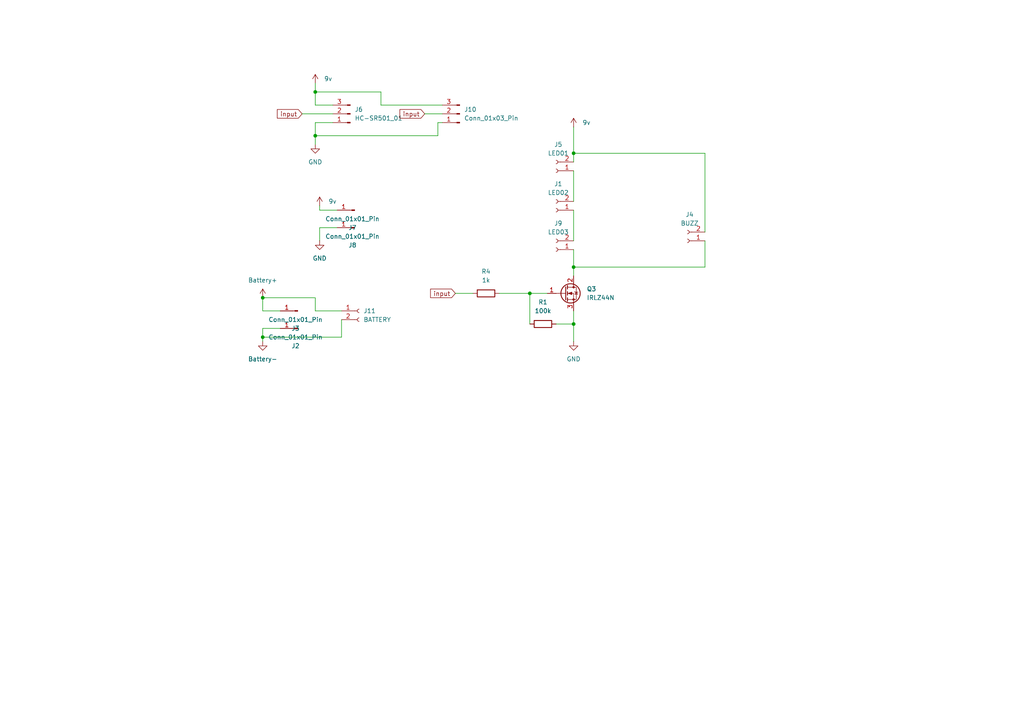
<source format=kicad_sch>
(kicad_sch (version 20231120) (generator "eeschema") (generator_version "8.0")
  (paper "A4")
  (lib_symbols
    (symbol "Connector:Conn_01x01_Pin" (pin_names (offset 1.016) hide)
      (property "Reference" "J" (at 0 2.54 0))
      (property "Value" "Conn_01x01_Pin" (at 0 -2.54 0))
      (symbol "Conn_01x01_Pin_1_1"
        (polyline (pts (xy 1.27 0) (xy 0.8636 0)) (stroke (width 0.1524)))
        (rectangle (start 0.8636 0.127) (end 0 -0.127) (stroke (width 0.1524)) (fill (type outline)))
        (pin passive line (at 5.08 0 180) (length 3.81) (name "Pin_1") (number "1"))
      )
    )
    (symbol "Connector:Conn_01x02_Socket" (pin_names (offset 1.016) hide)
      (property "Reference" "J" (at 0 2.54 0))
      (property "Value" "Conn_01x02_Socket" (at 0 -5.08 0))
      (symbol "Conn_01x02_Socket_1_1"
        (arc (start 0 -2.032) (mid -0.5058 -2.54) (end 0 -3.048) (stroke (width 0.1524)))
        (polyline (pts (xy -1.27 -2.54) (xy -0.508 -2.54)) (stroke (width 0.1524)))
        (polyline (pts (xy -1.27 0) (xy -0.508 0)) (stroke (width 0.1524)))
        (arc (start 0 0.508) (mid -0.5058 0) (end 0 -0.508) (stroke (width 0.1524)))
        (pin passive line (at -5.08 0 0) (length 3.81) (name "Pin_1") (number "1"))
        (pin passive line (at -5.08 -2.54 0) (length 3.81) (name "Pin_2") (number "2"))
      )
    )
    (symbol "Connector:Conn_01x03_Pin" (pin_names (offset 1.016) hide)
      (property "Reference" "J" (at 0 5.08 0))
      (property "Value" "Conn_01x03_Pin" (at 0 -5.08 0))
      (symbol "Conn_01x03_Pin_1_1"
        (polyline (pts (xy 1.27 -2.54) (xy 0.8636 -2.54)) (stroke (width 0.1524)))
        (polyline (pts (xy 1.27 0) (xy 0.8636 0)) (stroke (width 0.1524)))
        (polyline (pts (xy 1.27 2.54) (xy 0.8636 2.54)) (stroke (width 0.1524)))
        (rectangle (start 0.8636 -2.413) (end 0 -2.667) (stroke (width 0.1524)) (fill (type outline)))
        (rectangle (start 0.8636 0.127) (end 0 -0.127) (stroke (width 0.1524)) (fill (type outline)))
        (rectangle (start 0.8636 2.667) (end 0 2.413) (stroke (width 0.1524)) (fill (type outline)))
        (pin passive line (at 5.08 2.54 180) (length 3.81) (name "Pin_1") (number "1"))
        (pin passive line (at 5.08 0 180) (length 3.81) (name "Pin_2") (number "2"))
        (pin passive line (at 5.08 -2.54 180) (length 3.81) (name "Pin_3") (number "3"))
      )
    )
    (symbol "Device:R" (pin_numbers hide) (pin_names (offset 0))
      (property "Reference" "R" (at 2.032 0 90))
      (property "Value" "R" (at 0 0 90))
      (symbol "R_0_1"
        (rectangle (start -1.016 -2.54) (end 1.016 2.54) (stroke (width 0.254)))
      )
      (symbol "R_1_1"
        (pin passive line (at 0 3.81 270) (length 1.27) (name "~") (number "1"))
        (pin passive line (at 0 -3.81 90) (length 1.27) (name "~") (number "2"))
      )
    )
    (symbol "Transistor_FET:IRLZ44N" (pin_names hide)
      (property "Reference" "Q" (at 5.08 1.905 0))
      (property "Value" "IRLZ44N" (at 5.08 0 0))
      (symbol "IRLZ44N_0_1"
        (polyline (pts (xy 0.254 0) (xy -2.54 0)))
        (polyline (pts (xy 0.254 1.905) (xy 0.254 -1.905)) (stroke (width 0.254)))
        (polyline (pts (xy 0.762 -1.27) (xy 0.762 -2.286)) (stroke (width 0.254)))
        (polyline (pts (xy 0.762 0.508) (xy 0.762 -0.508)) (stroke (width 0.254)))
        (polyline (pts (xy 0.762 2.286) (xy 0.762 1.27)) (stroke (width 0.254)))
        (polyline (pts (xy 2.54 2.54) (xy 2.54 1.778)))
        (polyline (pts (xy 2.54 -2.54) (xy 2.54 0) (xy 0.762 0)))
        (polyline (pts (xy 0.762 -1.778) (xy 3.302 -1.778) (xy 3.302 1.778) (xy 0.762 1.778)))
        (polyline (pts (xy 1.016 0) (xy 2.032 0.381) (xy 2.032 -0.381) (xy 1.016 0)) (fill (type outline)))
        (polyline (pts (xy 2.794 0.508) (xy 2.921 0.381) (xy 3.683 0.381) (xy 3.81 0.254)))
        (polyline (pts (xy 3.302 0.381) (xy 2.921 -0.254) (xy 3.683 -0.254) (xy 3.302 0.381)))
        (circle (center 1.651 0) (radius 2.794) (stroke (width 0.254)))
        (circle (center 2.54 -1.778) (radius 0.254) (fill (type outline)))
        (circle (center 2.54 1.778) (radius 0.254) (fill (type outline)))
      )
      (symbol "IRLZ44N_1_1"
        (pin input line (at -5.08 0 0) (length 2.54) (name "G") (number "1"))
        (pin passive line (at 2.54 5.08 270) (length 2.54) (name "D") (number "2"))
        (pin passive line (at 2.54 -5.08 90) (length 2.54) (name "S") (number "3"))
      )
    )
    (symbol "power:GND" (power) (pin_numbers hide) (pin_names (offset 0) hide)
      (property "Value" "GND" (at 0 -3.81 0))
      (symbol "GND_0_1"
        (polyline (pts (xy 0 0) (xy 0 -1.27) (xy 1.27 -1.27) (xy 0 -2.54) (xy -1.27 -1.27) (xy 0 -1.27)))
      )
      (symbol "GND_1_1"
        (pin power_in line (at 0 0 270) (length 0) (name "~") (number "1"))
      )
    )
    (symbol "power:VCC" (power) (pin_numbers hide) (pin_names (offset 0) hide)
      (property "Value" "VCC" (at 0 3.556 0))
      (symbol "VCC_0_1"
        (polyline (pts (xy -0.762 1.27) (xy 0 2.54)))
        (polyline (pts (xy 0 0) (xy 0 2.54)))
        (polyline (pts (xy 0 2.54) (xy 0.762 1.27)))
      )
      (symbol "VCC_1_1"
        (pin power_in line (at 0 0 90) (length 0) (name "~") (number "1"))
      )
    )
  )
  (junction (at 76.2 97.79))
  (junction (at 166.37 93.98))
  (junction (at 153.67 85.09))
  (junction (at 91.44 39.37))
  (junction (at 91.44 26.67))
  (junction (at 76.2 86.36))
  (junction (at 166.37 44.45))
  (junction (at 166.37 77.47))
  (wire (pts (xy 76.2 97.79) (xy 76.2 99.06)))
  (wire (pts (xy 76.2 95.25) (xy 76.2 97.79)))
  (wire (pts (xy 166.37 77.47) (xy 204.47 77.47)))
  (wire (pts (xy 81.28 95.25) (xy 76.2 95.25)))
  (wire (pts (xy 99.06 92.71) (xy 99.06 97.79)))
  (wire (pts (xy 91.44 24.13) (xy 91.44 26.67)))
  (wire (pts (xy 204.47 44.45) (xy 204.47 67.31)))
  (wire (pts (xy 91.44 30.48) (xy 91.44 26.67)))
  (wire (pts (xy 91.44 41.91) (xy 91.44 39.37)))
  (wire (pts (xy 127 35.56) (xy 127 39.37)))
  (wire (pts (xy 123.19 33.02) (xy 128.27 33.02)))
  (wire (pts (xy 110.49 26.67) (xy 91.44 26.67)))
  (wire (pts (xy 87.63 33.02) (xy 96.52 33.02)))
  (wire (pts (xy 97.79 66.04) (xy 92.71 66.04)))
  (wire (pts (xy 166.37 60.96) (xy 166.37 69.85)))
  (wire (pts (xy 92.71 59.69) (xy 92.71 60.96)))
  (wire (pts (xy 166.37 44.45) (xy 166.37 46.99)))
  (wire (pts (xy 204.47 69.85) (xy 204.47 77.47)))
  (wire (pts (xy 166.37 49.53) (xy 166.37 58.42)))
  (wire (pts (xy 91.44 86.36) (xy 76.2 86.36)))
  (wire (pts (xy 99.06 90.17) (xy 91.44 90.17)))
  (wire (pts (xy 166.37 36.83) (xy 166.37 44.45)))
  (wire (pts (xy 153.67 85.09) (xy 153.67 93.98)))
  (wire (pts (xy 91.44 35.56) (xy 96.52 35.56)))
  (wire (pts (xy 166.37 44.45) (xy 204.47 44.45)))
  (wire (pts (xy 161.29 93.98) (xy 166.37 93.98)))
  (wire (pts (xy 166.37 77.47) (xy 166.37 80.01)))
  (wire (pts (xy 128.27 30.48) (xy 110.49 30.48)))
  (wire (pts (xy 166.37 99.06) (xy 166.37 93.98)))
  (wire (pts (xy 144.78 85.09) (xy 153.67 85.09)))
  (wire (pts (xy 137.16 85.09) (xy 132.08 85.09)))
  (wire (pts (xy 128.27 35.56) (xy 127 35.56)))
  (wire (pts (xy 76.2 86.36) (xy 76.2 90.17)))
  (wire (pts (xy 81.28 90.17) (xy 76.2 90.17)))
  (wire (pts (xy 166.37 72.39) (xy 166.37 77.47)))
  (wire (pts (xy 153.67 85.09) (xy 158.75 85.09)))
  (wire (pts (xy 97.79 60.96) (xy 92.71 60.96)))
  (wire (pts (xy 110.49 30.48) (xy 110.49 26.67)))
  (wire (pts (xy 91.44 90.17) (xy 91.44 86.36)))
  (wire (pts (xy 99.06 97.79) (xy 76.2 97.79)))
  (wire (pts (xy 91.44 39.37) (xy 91.44 35.56)))
  (wire (pts (xy 96.52 30.48) (xy 91.44 30.48)))
  (wire (pts (xy 92.71 66.04) (xy 92.71 69.85)))
  (wire (pts (xy 166.37 93.98) (xy 166.37 90.17)))
  (wire (pts (xy 127 39.37) (xy 91.44 39.37)))
  (global_label "input" (shape input) (at 132.08 85.09 180) (property "Intersheetrefs" "${INTERSHEET_REFS}" (effects (hide yes))))
  (global_label "input" (shape input) (at 123.19 33.02 180) (property "Intersheetrefs" "${INTERSHEET_REFS}" (effects (hide yes))))
  (global_label "input" (shape input) (at 87.63 33.02 180) (property "Intersheetrefs" "${INTERSHEET_REFS}" (effects (hide yes))))
  (symbol (lib_id "Connector:Conn_01x02_Socket") (at 161.29 72.39 180) (unit 1)
    (property "Reference" "J9" (at 161.925 64.77 0))
    (property "Value" "LED03" (at 161.925 67.31 0))
    (property "Footprint" "JST_XH_B2B-XH-A_1x02_P2.50mm_Vertical" (effects (hide yes)))
    (property "Description" "Generic connector, single row, 01x02, script generated" (effects (hide yes)))
  )
  (symbol (lib_id "Device:R") (at 140.97 85.09 90) (unit 1)
    (property "Reference" "R4" (at 140.97 78.74 90))
    (property "Value" "1k" (at 140.97 81.28 90))
    (property "Footprint" "Resistor_THT:R_Axial_DIN0309_L9.0mm_D3.2mm_P2.54mm_Vertical" (effects (hide yes)))
    (property "Description" "Resistor" (effects (hide yes)))
  )
  (symbol (lib_id "Connector:Conn_01x01_Pin") (at 102.87 66.04 180) (unit 1)
    (property "Reference" "J8" (at 102.235 71.12 0))
    (property "Value" "Conn_01x01_Pin" (at 102.235 68.58 0))
    (property "Footprint" "Connector_PinHeader_2.54mm:PinHeader_1x01_P2.54mm_Vertical" (effects (hide yes)))
    (property "Description" "Generic connector, single row, 01x01, script generated" (effects (hide yes)))
  )
  (symbol (lib_id "power:VCC") (at 76.2 86.36 0) (unit 1)
    (property "Reference" "#PWR07" (effects (hide yes)))
    (property "Value" "Battery+" (at 76.2 81.28 0))
    (property "Description" "Power symbol creates a global label with name \"VCC\"" (effects (hide yes)))
  )
  (symbol (lib_id "power:VCC") (at 166.37 36.83 0) (unit 1)
    (property "Reference" "#PWR08" (effects (hide yes)))
    (property "Value" "9v" (at 168.91 35.5599 0) (effects (justify left)))
    (property "Description" "Power symbol creates a global label with name \"VCC\"" (effects (hide yes)))
  )
  (symbol (lib_id "Connector:Conn_01x02_Socket") (at 161.29 49.53 180) (unit 1)
    (property "Reference" "J5" (at 161.925 41.91 0))
    (property "Value" "LED01" (at 161.925 44.45 0))
    (property "Footprint" "JST_XH_B2B-XH-A_1x02_P2.50mm_Vertical" (effects (hide yes)))
    (property "Description" "Generic connector, single row, 01x02, script generated" (effects (hide yes)))
  )
  (symbol (lib_id "Connector:Conn_01x03_Pin") (at 101.6 33.02 180) (unit 1)
    (property "Reference" "J6" (at 102.87 31.7499 0) (effects (justify right)))
    (property "Value" "HC-SR501_01" (at 102.87 34.2899 0) (effects (justify right)))
    (property "Footprint" "Connector_PinHeader_2.54mm:PinHeader_1x03_P2.54mm_Horizontal" (effects (hide yes)))
    (property "Description" "Generic connector, single row, 01x03, script generated" (effects (hide yes)))
  )
  (symbol (lib_id "Device:R") (at 157.48 93.98 90) (unit 1)
    (property "Reference" "R1" (at 157.48 87.63 90))
    (property "Value" "100k" (at 157.48 90.17 90))
    (property "Footprint" "Resistor_THT:R_Axial_DIN0309_L9.0mm_D3.2mm_P2.54mm_Vertical" (effects (hide yes)))
    (property "Description" "Resistor" (effects (hide yes)))
  )
  (symbol (lib_id "power:GND") (at 91.44 41.91 0) (unit 1)
    (property "Reference" "#PWR02" (effects (hide yes)))
    (property "Value" "GND" (at 91.44 46.99 0))
    (property "Description" "Power symbol creates a global label with name \"GND\" , ground" (effects (hide yes)))
  )
  (symbol (lib_id "power:VCC") (at 92.71 59.69 0) (unit 1)
    (property "Reference" "#PWR05" (effects (hide yes)))
    (property "Value" "9v" (at 95.25 58.4199 0) (effects (justify left)))
    (property "Description" "Power symbol creates a global label with name \"VCC\"" (effects (hide yes)))
  )
  (symbol (lib_id "Transistor_FET:IRLZ44N") (at 163.83 85.09 0) (unit 1)
    (property "Reference" "Q3" (at 170.18 83.8199 0) (effects (justify left)))
    (property "Value" "IRLZ44N" (at 170.18 86.3599 0) (effects (justify left)))
    (property "Footprint" "Package_TO_SOT_THT:TO-220-3_Vertical" (effects (hide yes)))
    (property "Datasheet" "http://www.irf.com/product-info/datasheets/data/irlz44n.pdf" (effects (hide yes)))
    (property "Description" "47A Id, 55V Vds, 22mOhm Rds Single N-Channel HEXFET Power MOSFET, TO-220AB" (effects (hide yes)))
  )
  (symbol (lib_id "power:GND") (at 166.37 99.06 0) (unit 1)
    (property "Reference" "#PWR09" (effects (hide yes)))
    (property "Value" "GND" (at 166.37 104.14 0))
    (property "Description" "Power symbol creates a global label with name \"GND\" , ground" (effects (hide yes)))
  )
  (symbol (lib_id "Connector:Conn_01x03_Pin") (at 133.35 33.02 180) (unit 1)
    (property "Reference" "J10" (at 134.62 31.7499 0) (effects (justify right)))
    (property "Value" "Conn_01x03_Pin" (at 134.62 34.2899 0) (effects (justify right)))
    (property "Footprint" "Connector_JST:JST_XH_B3B-XH-A_1x03_P2.50mm_Vertical" (effects (hide yes)))
    (property "Description" "Generic connector, single row, 01x03, script generated" (effects (hide yes)))
  )
  (symbol (lib_id "Connector:Conn_01x02_Socket") (at 161.29 60.96 180) (unit 1)
    (property "Reference" "J1" (at 161.925 53.34 0))
    (property "Value" "LED02" (at 161.925 55.88 0))
    (property "Footprint" "JST_XH_B2B-XH-A_1x02_P2.50mm_Vertical" (effects (hide yes)))
    (property "Description" "Generic connector, single row, 01x02, script generated" (effects (hide yes)))
  )
  (symbol (lib_id "power:GND") (at 76.2 99.06 0) (unit 1)
    (property "Reference" "#PWR010" (effects (hide yes)))
    (property "Value" "Battery-" (at 76.2 104.14 0))
    (property "Description" "Power symbol creates a global label with name \"GND\" , ground" (effects (hide yes)))
  )
  (symbol (lib_id "power:GND") (at 92.71 69.85 0) (unit 1)
    (property "Reference" "#PWR06" (effects (hide yes)))
    (property "Value" "GND" (at 92.71 74.93 0))
    (property "Description" "Power symbol creates a global label with name \"GND\" , ground" (effects (hide yes)))
  )
  (symbol (lib_id "Connector:Conn_01x02_Socket") (at 199.39 69.85 180) (unit 1)
    (property "Reference" "J4" (at 200.025 62.23 0))
    (property "Value" "BUZZ" (at 200.025 64.77 0))
    (property "Footprint" "JST_XH_B2B-XH-A_1x02_P2.50mm_Vertical" (effects (hide yes)))
    (property "Description" "Generic connector, single row, 01x02, script generated" (effects (hide yes)))
  )
  (symbol (lib_id "Connector:Conn_01x02_Socket") (at 104.14 90.17 0) (unit 1)
    (property "Reference" "J11" (at 105.41 90.1699 0) (effects (justify left)))
    (property "Value" "BATTERY" (at 105.41 92.7099 0) (effects (justify left)))
    (property "Footprint" "JST_XH_B2B-XH-A_1x02_P2.50mm_Vertical" (effects (hide yes)))
    (property "Description" "Generic connector, single row, 01x02, script generated" (effects (hide yes)))
  )
  (symbol (lib_id "Connector:Conn_01x01_Pin") (at 86.36 95.25 180) (unit 1)
    (property "Reference" "J2" (at 85.725 100.33 0))
    (property "Value" "Conn_01x01_Pin" (at 85.725 97.79 0))
    (property "Footprint" "Connector_PinHeader_2.54mm:PinHeader_1x01_P2.54mm_Vertical" (effects (hide yes)))
    (property "Description" "Generic connector, single row, 01x01, script generated" (effects (hide yes)))
  )
  (symbol (lib_id "Connector:Conn_01x01_Pin") (at 86.36 90.17 180) (unit 1)
    (property "Reference" "J3" (at 85.725 95.25 0))
    (property "Value" "Conn_01x01_Pin" (at 85.725 92.71 0))
    (property "Footprint" "Connector_PinHeader_2.54mm:PinHeader_1x01_P2.54mm_Vertical" (effects (hide yes)))
    (property "Description" "Generic connector, single row, 01x01, script generated" (effects (hide yes)))
  )
  (symbol (lib_id "power:VCC") (at 91.44 24.13 0) (unit 1)
    (property "Reference" "#PWR01" (effects (hide yes)))
    (property "Value" "9v" (at 93.98 22.8599 0) (effects (justify left)))
    (property "Description" "Power symbol creates a global label with name \"VCC\"" (effects (hide yes)))
  )
  (symbol (lib_id "Connector:Conn_01x01_Pin") (at 102.87 60.96 180) (unit 1)
    (property "Reference" "J7" (at 102.235 66.04 0))
    (property "Value" "Conn_01x01_Pin" (at 102.235 63.5 0))
    (property "Footprint" "Connector_PinHeader_2.54mm:PinHeader_1x01_P2.54mm_Vertical" (effects (hide yes)))
    (property "Description" "Generic connector, single row, 01x01, script generated" (effects (hide yes)))
  )
)
</source>
